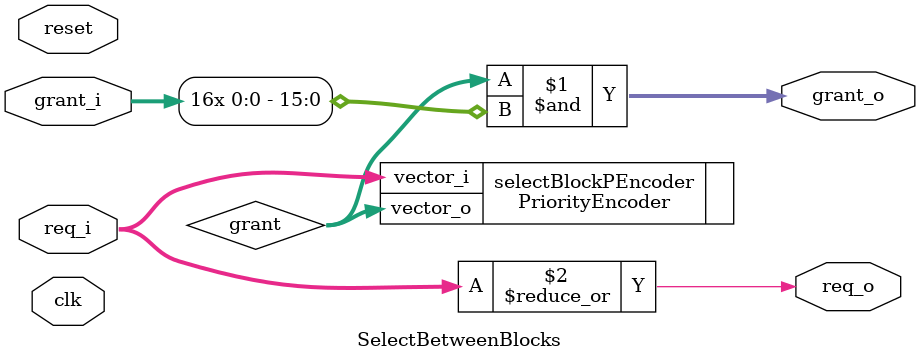
<source format=sv>
/*******************************************************************************
 #                        NORTH CAROLINA STATE UNIVERSITY
 #
 #                              AnyCore Project
 # 
 # AnyCore written by NCSU authors Rangeen Basu Roy Chowdhury and Eric Rotenberg.
 # 
 # AnyCore is based on FabScalar which was written by NCSU authors Niket K. 
 # Choudhary, Brandon H. Dwiel, and Eric Rotenberg.
 # 
 # AnyCore also includes contributions by NCSU authors Elliott Forbes, Jayneel 
 # Gandhi, Anil Kumar Kannepalli, Sungkwan Ku, Hiran Mayukh, Hashem Hashemi 
 # Najaf-abadi, Sandeep Navada, Tanmay Shah, Ashlesha Shastri, Vinesh Srinivasan, 
 # and Salil Wadhavkar.
 # 
 # AnyCore is distributed under the BSD license.
 *******************************************************************************/

`timescale 1ns/100ps

module SelectBetweenBlocks #(
                             parameter SIZE_SELECT_BLOCK = 16
                             )(
                               input                          clk,
                               input                          reset,

                               input [SIZE_SELECT_BLOCK-1:0]  req_i,

                               /* The grant signal coming in from the next stage of the select tree */
                               input                          grant_i,

                               output [SIZE_SELECT_BLOCK-1:0] grant_o,

                               /* OR of the request signals, used as req_i for next stage of the select tree */
                               output                         req_o
                               );

  /* Wires and registers for combinatinal logic */
  wire [SIZE_SELECT_BLOCK-1:0]                                grant;

  /* Gate the current grant output with the grant_i from the next stage of the select tree */
  assign grant_o = grant & {SIZE_SELECT_BLOCK{grant_i}};

  /* Create the OR gate */
  assign req_o = |req_i;

`ifndef RR_ISSUE_PARTITION
  /* Create the priority logic */
  PriorityEncoder #(
                    .ENCODER_WIDTH     (SIZE_SELECT_BLOCK)
                    )
  selectBlockPEncoder(

                      .vector_i          (req_i),
                      .vector_o          (grant)
                      );
`else
  /* Create the priority logic */
  PriorityEncoderRR #(
                      .ENCODER_WIDTH     (SIZE_SELECT_BLOCK)
                      )
  selectBlockPEncoderRR(

                        .clk               (clk),
                        .reset             (reset),
                        .vector_i          (req_i),
                        .vector_o          (grant)
                        );
`endif
endmodule

</source>
